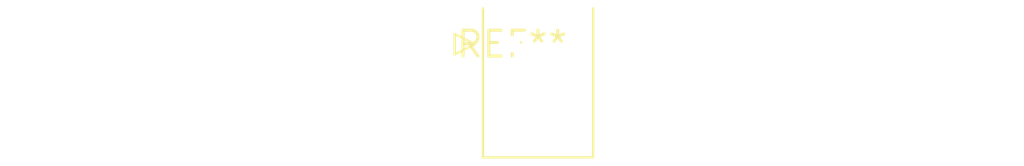
<source format=kicad_pcb>
(kicad_pcb (version 20240108) (generator pcbnew)
  (layers (0 "F.Cu" signal) (31 "B.Cu" signal) (34 "B.Paste" user) (35 "F.Paste" user) (36 "B.SilkS" user "B.Silkscreen") (37 "F.SilkS" user "F.Silkscreen") (38 "B.Mask" user) (39 "F.Mask" user) (44 "Edge.Cuts" user))
  (net 0 "")
  (footprint "TE_Micro-MaTch_215079-4_2x02_P1.27mm_Vertical" (layer "F.Cu") (at 0 0)
    (property "Reference" "REF**")
    (property "Value" "TE_Micro-MaTch_215079-4_2x02_P1.27mm_Vertical")
    (fp_line (start -2.83 -0.5) (end -1.83 0) (layer "F.SilkS") (stroke (width 0.12)))
    (fp_line (start -2.83 0.5) (end -2.83 -0.5) (layer "F.SilkS") (stroke (width 0.12)))
    (fp_line (start -1.83 0) (end -2.83 0.5) (layer "F.SilkS") (stroke (width 0.12)))
    (fp_line (start -1.44 -1.755) (end -1.44 5.565) (layer "F.SilkS") (stroke (width 0.12)))
    (fp_line (start -1.44 5.565) (end 3.98 5.565) (layer "F.SilkS") (stroke (width 0.12)))
    (fp_line (start 3.98 5.565) (end 3.98 -1.755) (layer "F.SilkS") (stroke (width 0.12)))
    (pad "" np_thru_hole circle (at 1.8 -1.4) (size 1.5 1.5) (drill 1.5) (layers *.Cu *.Mask))
    (pad "1" thru_hole rect (at 0 0) (size 1.3 1.3) (drill 0.8) (layers *.Cu *.Mask) (remove_unused_layers))
    (pad "2" thru_hole circle (at 2.54 1.27) (size 1.3 1.3) (drill 0.8) (layers *.Cu *.Mask) (remove_unused_layers))
    (pad "3" thru_hole circle (at 0 2.54) (size 1.3 1.3) (drill 0.8) (layers *.Cu *.Mask) (remove_unused_layers))
    (pad "4" thru_hole circle (at 2.54 3.81) (size 1.3 1.3) (drill 0.8) (layers *.Cu *.Mask) (remove_unused_layers))
  )
)
</source>
